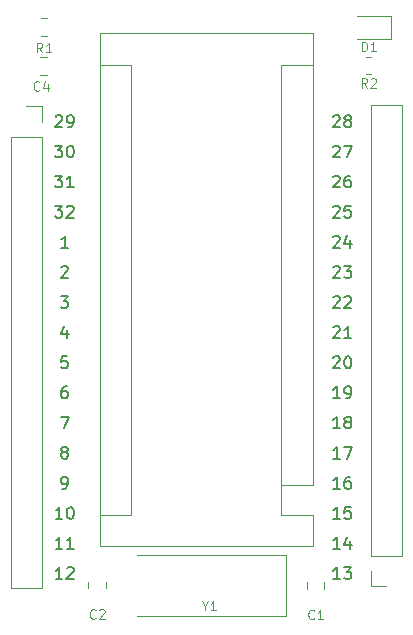
<source format=gbr>
G04 #@! TF.GenerationSoftware,KiCad,Pcbnew,(5.1.9)-1*
G04 #@! TF.CreationDate,2021-03-31T18:40:17+02:00*
G04 #@! TF.ProjectId,Schematic,53636865-6d61-4746-9963-2e6b69636164,rev?*
G04 #@! TF.SameCoordinates,Original*
G04 #@! TF.FileFunction,Legend,Top*
G04 #@! TF.FilePolarity,Positive*
%FSLAX46Y46*%
G04 Gerber Fmt 4.6, Leading zero omitted, Abs format (unit mm)*
G04 Created by KiCad (PCBNEW (5.1.9)-1) date 2021-03-31 18:40:17*
%MOMM*%
%LPD*%
G01*
G04 APERTURE LIST*
%ADD10C,0.150000*%
%ADD11C,0.120000*%
%ADD12C,0.100000*%
G04 APERTURE END LIST*
D10*
X175309523Y-120552380D02*
X174738095Y-120552380D01*
X175023809Y-120552380D02*
X175023809Y-119552380D01*
X174928571Y-119695238D01*
X174833333Y-119790476D01*
X174738095Y-119838095D01*
X176166666Y-119552380D02*
X175976190Y-119552380D01*
X175880952Y-119600000D01*
X175833333Y-119647619D01*
X175738095Y-119790476D01*
X175690476Y-119980952D01*
X175690476Y-120361904D01*
X175738095Y-120457142D01*
X175785714Y-120504761D01*
X175880952Y-120552380D01*
X176071428Y-120552380D01*
X176166666Y-120504761D01*
X176214285Y-120457142D01*
X176261904Y-120361904D01*
X176261904Y-120123809D01*
X176214285Y-120028571D01*
X176166666Y-119980952D01*
X176071428Y-119933333D01*
X175880952Y-119933333D01*
X175785714Y-119980952D01*
X175738095Y-120028571D01*
X175690476Y-120123809D01*
X174738095Y-106897619D02*
X174785714Y-106850000D01*
X174880952Y-106802380D01*
X175119047Y-106802380D01*
X175214285Y-106850000D01*
X175261904Y-106897619D01*
X175309523Y-106992857D01*
X175309523Y-107088095D01*
X175261904Y-107230952D01*
X174690476Y-107802380D01*
X175309523Y-107802380D01*
X176261904Y-107802380D02*
X175690476Y-107802380D01*
X175976190Y-107802380D02*
X175976190Y-106802380D01*
X175880952Y-106945238D01*
X175785714Y-107040476D01*
X175690476Y-107088095D01*
X174738095Y-89047619D02*
X174785714Y-89000000D01*
X174880952Y-88952380D01*
X175119047Y-88952380D01*
X175214285Y-89000000D01*
X175261904Y-89047619D01*
X175309523Y-89142857D01*
X175309523Y-89238095D01*
X175261904Y-89380952D01*
X174690476Y-89952380D01*
X175309523Y-89952380D01*
X175880952Y-89380952D02*
X175785714Y-89333333D01*
X175738095Y-89285714D01*
X175690476Y-89190476D01*
X175690476Y-89142857D01*
X175738095Y-89047619D01*
X175785714Y-89000000D01*
X175880952Y-88952380D01*
X176071428Y-88952380D01*
X176166666Y-89000000D01*
X176214285Y-89047619D01*
X176261904Y-89142857D01*
X176261904Y-89190476D01*
X176214285Y-89285714D01*
X176166666Y-89333333D01*
X176071428Y-89380952D01*
X175880952Y-89380952D01*
X175785714Y-89428571D01*
X175738095Y-89476190D01*
X175690476Y-89571428D01*
X175690476Y-89761904D01*
X175738095Y-89857142D01*
X175785714Y-89904761D01*
X175880952Y-89952380D01*
X176071428Y-89952380D01*
X176166666Y-89904761D01*
X176214285Y-89857142D01*
X176261904Y-89761904D01*
X176261904Y-89571428D01*
X176214285Y-89476190D01*
X176166666Y-89428571D01*
X176071428Y-89380952D01*
X175309523Y-128202380D02*
X174738095Y-128202380D01*
X175023809Y-128202380D02*
X175023809Y-127202380D01*
X174928571Y-127345238D01*
X174833333Y-127440476D01*
X174738095Y-127488095D01*
X175642857Y-127202380D02*
X176261904Y-127202380D01*
X175928571Y-127583333D01*
X176071428Y-127583333D01*
X176166666Y-127630952D01*
X176214285Y-127678571D01*
X176261904Y-127773809D01*
X176261904Y-128011904D01*
X176214285Y-128107142D01*
X176166666Y-128154761D01*
X176071428Y-128202380D01*
X175785714Y-128202380D01*
X175690476Y-128154761D01*
X175642857Y-128107142D01*
X174738095Y-96697619D02*
X174785714Y-96650000D01*
X174880952Y-96602380D01*
X175119047Y-96602380D01*
X175214285Y-96650000D01*
X175261904Y-96697619D01*
X175309523Y-96792857D01*
X175309523Y-96888095D01*
X175261904Y-97030952D01*
X174690476Y-97602380D01*
X175309523Y-97602380D01*
X176214285Y-96602380D02*
X175738095Y-96602380D01*
X175690476Y-97078571D01*
X175738095Y-97030952D01*
X175833333Y-96983333D01*
X176071428Y-96983333D01*
X176166666Y-97030952D01*
X176214285Y-97078571D01*
X176261904Y-97173809D01*
X176261904Y-97411904D01*
X176214285Y-97507142D01*
X176166666Y-97554761D01*
X176071428Y-97602380D01*
X175833333Y-97602380D01*
X175738095Y-97554761D01*
X175690476Y-97507142D01*
X174738095Y-94147619D02*
X174785714Y-94100000D01*
X174880952Y-94052380D01*
X175119047Y-94052380D01*
X175214285Y-94100000D01*
X175261904Y-94147619D01*
X175309523Y-94242857D01*
X175309523Y-94338095D01*
X175261904Y-94480952D01*
X174690476Y-95052380D01*
X175309523Y-95052380D01*
X176166666Y-94052380D02*
X175976190Y-94052380D01*
X175880952Y-94100000D01*
X175833333Y-94147619D01*
X175738095Y-94290476D01*
X175690476Y-94480952D01*
X175690476Y-94861904D01*
X175738095Y-94957142D01*
X175785714Y-95004761D01*
X175880952Y-95052380D01*
X176071428Y-95052380D01*
X176166666Y-95004761D01*
X176214285Y-94957142D01*
X176261904Y-94861904D01*
X176261904Y-94623809D01*
X176214285Y-94528571D01*
X176166666Y-94480952D01*
X176071428Y-94433333D01*
X175880952Y-94433333D01*
X175785714Y-94480952D01*
X175738095Y-94528571D01*
X175690476Y-94623809D01*
X175309523Y-112902380D02*
X174738095Y-112902380D01*
X175023809Y-112902380D02*
X175023809Y-111902380D01*
X174928571Y-112045238D01*
X174833333Y-112140476D01*
X174738095Y-112188095D01*
X175785714Y-112902380D02*
X175976190Y-112902380D01*
X176071428Y-112854761D01*
X176119047Y-112807142D01*
X176214285Y-112664285D01*
X176261904Y-112473809D01*
X176261904Y-112092857D01*
X176214285Y-111997619D01*
X176166666Y-111950000D01*
X176071428Y-111902380D01*
X175880952Y-111902380D01*
X175785714Y-111950000D01*
X175738095Y-111997619D01*
X175690476Y-112092857D01*
X175690476Y-112330952D01*
X175738095Y-112426190D01*
X175785714Y-112473809D01*
X175880952Y-112521428D01*
X176071428Y-112521428D01*
X176166666Y-112473809D01*
X176214285Y-112426190D01*
X176261904Y-112330952D01*
X174738095Y-99247619D02*
X174785714Y-99200000D01*
X174880952Y-99152380D01*
X175119047Y-99152380D01*
X175214285Y-99200000D01*
X175261904Y-99247619D01*
X175309523Y-99342857D01*
X175309523Y-99438095D01*
X175261904Y-99580952D01*
X174690476Y-100152380D01*
X175309523Y-100152380D01*
X176166666Y-99485714D02*
X176166666Y-100152380D01*
X175928571Y-99104761D02*
X175690476Y-99819047D01*
X176309523Y-99819047D01*
X175309523Y-123102380D02*
X174738095Y-123102380D01*
X175023809Y-123102380D02*
X175023809Y-122102380D01*
X174928571Y-122245238D01*
X174833333Y-122340476D01*
X174738095Y-122388095D01*
X176214285Y-122102380D02*
X175738095Y-122102380D01*
X175690476Y-122578571D01*
X175738095Y-122530952D01*
X175833333Y-122483333D01*
X176071428Y-122483333D01*
X176166666Y-122530952D01*
X176214285Y-122578571D01*
X176261904Y-122673809D01*
X176261904Y-122911904D01*
X176214285Y-123007142D01*
X176166666Y-123054761D01*
X176071428Y-123102380D01*
X175833333Y-123102380D01*
X175738095Y-123054761D01*
X175690476Y-123007142D01*
X175309523Y-115452380D02*
X174738095Y-115452380D01*
X175023809Y-115452380D02*
X175023809Y-114452380D01*
X174928571Y-114595238D01*
X174833333Y-114690476D01*
X174738095Y-114738095D01*
X175880952Y-114880952D02*
X175785714Y-114833333D01*
X175738095Y-114785714D01*
X175690476Y-114690476D01*
X175690476Y-114642857D01*
X175738095Y-114547619D01*
X175785714Y-114500000D01*
X175880952Y-114452380D01*
X176071428Y-114452380D01*
X176166666Y-114500000D01*
X176214285Y-114547619D01*
X176261904Y-114642857D01*
X176261904Y-114690476D01*
X176214285Y-114785714D01*
X176166666Y-114833333D01*
X176071428Y-114880952D01*
X175880952Y-114880952D01*
X175785714Y-114928571D01*
X175738095Y-114976190D01*
X175690476Y-115071428D01*
X175690476Y-115261904D01*
X175738095Y-115357142D01*
X175785714Y-115404761D01*
X175880952Y-115452380D01*
X176071428Y-115452380D01*
X176166666Y-115404761D01*
X176214285Y-115357142D01*
X176261904Y-115261904D01*
X176261904Y-115071428D01*
X176214285Y-114976190D01*
X176166666Y-114928571D01*
X176071428Y-114880952D01*
X174738095Y-91597619D02*
X174785714Y-91550000D01*
X174880952Y-91502380D01*
X175119047Y-91502380D01*
X175214285Y-91550000D01*
X175261904Y-91597619D01*
X175309523Y-91692857D01*
X175309523Y-91788095D01*
X175261904Y-91930952D01*
X174690476Y-92502380D01*
X175309523Y-92502380D01*
X175642857Y-91502380D02*
X176309523Y-91502380D01*
X175880952Y-92502380D01*
X175309523Y-125652380D02*
X174738095Y-125652380D01*
X175023809Y-125652380D02*
X175023809Y-124652380D01*
X174928571Y-124795238D01*
X174833333Y-124890476D01*
X174738095Y-124938095D01*
X176166666Y-124985714D02*
X176166666Y-125652380D01*
X175928571Y-124604761D02*
X175690476Y-125319047D01*
X176309523Y-125319047D01*
X174738095Y-101797619D02*
X174785714Y-101750000D01*
X174880952Y-101702380D01*
X175119047Y-101702380D01*
X175214285Y-101750000D01*
X175261904Y-101797619D01*
X175309523Y-101892857D01*
X175309523Y-101988095D01*
X175261904Y-102130952D01*
X174690476Y-102702380D01*
X175309523Y-102702380D01*
X175642857Y-101702380D02*
X176261904Y-101702380D01*
X175928571Y-102083333D01*
X176071428Y-102083333D01*
X176166666Y-102130952D01*
X176214285Y-102178571D01*
X176261904Y-102273809D01*
X176261904Y-102511904D01*
X176214285Y-102607142D01*
X176166666Y-102654761D01*
X176071428Y-102702380D01*
X175785714Y-102702380D01*
X175690476Y-102654761D01*
X175642857Y-102607142D01*
X175309523Y-118002380D02*
X174738095Y-118002380D01*
X175023809Y-118002380D02*
X175023809Y-117002380D01*
X174928571Y-117145238D01*
X174833333Y-117240476D01*
X174738095Y-117288095D01*
X175642857Y-117002380D02*
X176309523Y-117002380D01*
X175880952Y-118002380D01*
X174738095Y-109447619D02*
X174785714Y-109400000D01*
X174880952Y-109352380D01*
X175119047Y-109352380D01*
X175214285Y-109400000D01*
X175261904Y-109447619D01*
X175309523Y-109542857D01*
X175309523Y-109638095D01*
X175261904Y-109780952D01*
X174690476Y-110352380D01*
X175309523Y-110352380D01*
X175928571Y-109352380D02*
X176023809Y-109352380D01*
X176119047Y-109400000D01*
X176166666Y-109447619D01*
X176214285Y-109542857D01*
X176261904Y-109733333D01*
X176261904Y-109971428D01*
X176214285Y-110161904D01*
X176166666Y-110257142D01*
X176119047Y-110304761D01*
X176023809Y-110352380D01*
X175928571Y-110352380D01*
X175833333Y-110304761D01*
X175785714Y-110257142D01*
X175738095Y-110161904D01*
X175690476Y-109971428D01*
X175690476Y-109733333D01*
X175738095Y-109542857D01*
X175785714Y-109447619D01*
X175833333Y-109400000D01*
X175928571Y-109352380D01*
X174738095Y-104347619D02*
X174785714Y-104300000D01*
X174880952Y-104252380D01*
X175119047Y-104252380D01*
X175214285Y-104300000D01*
X175261904Y-104347619D01*
X175309523Y-104442857D01*
X175309523Y-104538095D01*
X175261904Y-104680952D01*
X174690476Y-105252380D01*
X175309523Y-105252380D01*
X175690476Y-104347619D02*
X175738095Y-104300000D01*
X175833333Y-104252380D01*
X176071428Y-104252380D01*
X176166666Y-104300000D01*
X176214285Y-104347619D01*
X176261904Y-104442857D01*
X176261904Y-104538095D01*
X176214285Y-104680952D01*
X175642857Y-105252380D01*
X176261904Y-105252380D01*
X151809523Y-128202380D02*
X151238095Y-128202380D01*
X151523809Y-128202380D02*
X151523809Y-127202380D01*
X151428571Y-127345238D01*
X151333333Y-127440476D01*
X151238095Y-127488095D01*
X152190476Y-127297619D02*
X152238095Y-127250000D01*
X152333333Y-127202380D01*
X152571428Y-127202380D01*
X152666666Y-127250000D01*
X152714285Y-127297619D01*
X152761904Y-127392857D01*
X152761904Y-127488095D01*
X152714285Y-127630952D01*
X152142857Y-128202380D01*
X152761904Y-128202380D01*
X151809523Y-125652380D02*
X151238095Y-125652380D01*
X151523809Y-125652380D02*
X151523809Y-124652380D01*
X151428571Y-124795238D01*
X151333333Y-124890476D01*
X151238095Y-124938095D01*
X152761904Y-125652380D02*
X152190476Y-125652380D01*
X152476190Y-125652380D02*
X152476190Y-124652380D01*
X152380952Y-124795238D01*
X152285714Y-124890476D01*
X152190476Y-124938095D01*
X151809523Y-123102380D02*
X151238095Y-123102380D01*
X151523809Y-123102380D02*
X151523809Y-122102380D01*
X151428571Y-122245238D01*
X151333333Y-122340476D01*
X151238095Y-122388095D01*
X152428571Y-122102380D02*
X152523809Y-122102380D01*
X152619047Y-122150000D01*
X152666666Y-122197619D01*
X152714285Y-122292857D01*
X152761904Y-122483333D01*
X152761904Y-122721428D01*
X152714285Y-122911904D01*
X152666666Y-123007142D01*
X152619047Y-123054761D01*
X152523809Y-123102380D01*
X152428571Y-123102380D01*
X152333333Y-123054761D01*
X152285714Y-123007142D01*
X152238095Y-122911904D01*
X152190476Y-122721428D01*
X152190476Y-122483333D01*
X152238095Y-122292857D01*
X152285714Y-122197619D01*
X152333333Y-122150000D01*
X152428571Y-122102380D01*
X151809523Y-120552380D02*
X152000000Y-120552380D01*
X152095238Y-120504761D01*
X152142857Y-120457142D01*
X152238095Y-120314285D01*
X152285714Y-120123809D01*
X152285714Y-119742857D01*
X152238095Y-119647619D01*
X152190476Y-119600000D01*
X152095238Y-119552380D01*
X151904761Y-119552380D01*
X151809523Y-119600000D01*
X151761904Y-119647619D01*
X151714285Y-119742857D01*
X151714285Y-119980952D01*
X151761904Y-120076190D01*
X151809523Y-120123809D01*
X151904761Y-120171428D01*
X152095238Y-120171428D01*
X152190476Y-120123809D01*
X152238095Y-120076190D01*
X152285714Y-119980952D01*
X151904761Y-117430952D02*
X151809523Y-117383333D01*
X151761904Y-117335714D01*
X151714285Y-117240476D01*
X151714285Y-117192857D01*
X151761904Y-117097619D01*
X151809523Y-117050000D01*
X151904761Y-117002380D01*
X152095238Y-117002380D01*
X152190476Y-117050000D01*
X152238095Y-117097619D01*
X152285714Y-117192857D01*
X152285714Y-117240476D01*
X152238095Y-117335714D01*
X152190476Y-117383333D01*
X152095238Y-117430952D01*
X151904761Y-117430952D01*
X151809523Y-117478571D01*
X151761904Y-117526190D01*
X151714285Y-117621428D01*
X151714285Y-117811904D01*
X151761904Y-117907142D01*
X151809523Y-117954761D01*
X151904761Y-118002380D01*
X152095238Y-118002380D01*
X152190476Y-117954761D01*
X152238095Y-117907142D01*
X152285714Y-117811904D01*
X152285714Y-117621428D01*
X152238095Y-117526190D01*
X152190476Y-117478571D01*
X152095238Y-117430952D01*
X151666666Y-114452380D02*
X152333333Y-114452380D01*
X151904761Y-115452380D01*
X152190476Y-111902380D02*
X152000000Y-111902380D01*
X151904761Y-111950000D01*
X151857142Y-111997619D01*
X151761904Y-112140476D01*
X151714285Y-112330952D01*
X151714285Y-112711904D01*
X151761904Y-112807142D01*
X151809523Y-112854761D01*
X151904761Y-112902380D01*
X152095238Y-112902380D01*
X152190476Y-112854761D01*
X152238095Y-112807142D01*
X152285714Y-112711904D01*
X152285714Y-112473809D01*
X152238095Y-112378571D01*
X152190476Y-112330952D01*
X152095238Y-112283333D01*
X151904761Y-112283333D01*
X151809523Y-112330952D01*
X151761904Y-112378571D01*
X151714285Y-112473809D01*
X152238095Y-109352380D02*
X151761904Y-109352380D01*
X151714285Y-109828571D01*
X151761904Y-109780952D01*
X151857142Y-109733333D01*
X152095238Y-109733333D01*
X152190476Y-109780952D01*
X152238095Y-109828571D01*
X152285714Y-109923809D01*
X152285714Y-110161904D01*
X152238095Y-110257142D01*
X152190476Y-110304761D01*
X152095238Y-110352380D01*
X151857142Y-110352380D01*
X151761904Y-110304761D01*
X151714285Y-110257142D01*
X152190476Y-107135714D02*
X152190476Y-107802380D01*
X151952380Y-106754761D02*
X151714285Y-107469047D01*
X152333333Y-107469047D01*
X151666666Y-104252380D02*
X152285714Y-104252380D01*
X151952380Y-104633333D01*
X152095238Y-104633333D01*
X152190476Y-104680952D01*
X152238095Y-104728571D01*
X152285714Y-104823809D01*
X152285714Y-105061904D01*
X152238095Y-105157142D01*
X152190476Y-105204761D01*
X152095238Y-105252380D01*
X151809523Y-105252380D01*
X151714285Y-105204761D01*
X151666666Y-105157142D01*
X151714285Y-101797619D02*
X151761904Y-101750000D01*
X151857142Y-101702380D01*
X152095238Y-101702380D01*
X152190476Y-101750000D01*
X152238095Y-101797619D01*
X152285714Y-101892857D01*
X152285714Y-101988095D01*
X152238095Y-102130952D01*
X151666666Y-102702380D01*
X152285714Y-102702380D01*
X152285714Y-100152380D02*
X151714285Y-100152380D01*
X152000000Y-100152380D02*
X152000000Y-99152380D01*
X151904761Y-99295238D01*
X151809523Y-99390476D01*
X151714285Y-99438095D01*
X151190476Y-96602380D02*
X151809523Y-96602380D01*
X151476190Y-96983333D01*
X151619047Y-96983333D01*
X151714285Y-97030952D01*
X151761904Y-97078571D01*
X151809523Y-97173809D01*
X151809523Y-97411904D01*
X151761904Y-97507142D01*
X151714285Y-97554761D01*
X151619047Y-97602380D01*
X151333333Y-97602380D01*
X151238095Y-97554761D01*
X151190476Y-97507142D01*
X152190476Y-96697619D02*
X152238095Y-96650000D01*
X152333333Y-96602380D01*
X152571428Y-96602380D01*
X152666666Y-96650000D01*
X152714285Y-96697619D01*
X152761904Y-96792857D01*
X152761904Y-96888095D01*
X152714285Y-97030952D01*
X152142857Y-97602380D01*
X152761904Y-97602380D01*
X151190476Y-94052380D02*
X151809523Y-94052380D01*
X151476190Y-94433333D01*
X151619047Y-94433333D01*
X151714285Y-94480952D01*
X151761904Y-94528571D01*
X151809523Y-94623809D01*
X151809523Y-94861904D01*
X151761904Y-94957142D01*
X151714285Y-95004761D01*
X151619047Y-95052380D01*
X151333333Y-95052380D01*
X151238095Y-95004761D01*
X151190476Y-94957142D01*
X152761904Y-95052380D02*
X152190476Y-95052380D01*
X152476190Y-95052380D02*
X152476190Y-94052380D01*
X152380952Y-94195238D01*
X152285714Y-94290476D01*
X152190476Y-94338095D01*
X151190476Y-91502380D02*
X151809523Y-91502380D01*
X151476190Y-91883333D01*
X151619047Y-91883333D01*
X151714285Y-91930952D01*
X151761904Y-91978571D01*
X151809523Y-92073809D01*
X151809523Y-92311904D01*
X151761904Y-92407142D01*
X151714285Y-92454761D01*
X151619047Y-92502380D01*
X151333333Y-92502380D01*
X151238095Y-92454761D01*
X151190476Y-92407142D01*
X152428571Y-91502380D02*
X152523809Y-91502380D01*
X152619047Y-91550000D01*
X152666666Y-91597619D01*
X152714285Y-91692857D01*
X152761904Y-91883333D01*
X152761904Y-92121428D01*
X152714285Y-92311904D01*
X152666666Y-92407142D01*
X152619047Y-92454761D01*
X152523809Y-92502380D01*
X152428571Y-92502380D01*
X152333333Y-92454761D01*
X152285714Y-92407142D01*
X152238095Y-92311904D01*
X152190476Y-92121428D01*
X152190476Y-91883333D01*
X152238095Y-91692857D01*
X152285714Y-91597619D01*
X152333333Y-91550000D01*
X152428571Y-91502380D01*
X151238095Y-89047619D02*
X151285714Y-89000000D01*
X151380952Y-88952380D01*
X151619047Y-88952380D01*
X151714285Y-89000000D01*
X151761904Y-89047619D01*
X151809523Y-89142857D01*
X151809523Y-89238095D01*
X151761904Y-89380952D01*
X151190476Y-89952380D01*
X151809523Y-89952380D01*
X152285714Y-89952380D02*
X152476190Y-89952380D01*
X152571428Y-89904761D01*
X152619047Y-89857142D01*
X152714285Y-89714285D01*
X152761904Y-89523809D01*
X152761904Y-89142857D01*
X152714285Y-89047619D01*
X152666666Y-89000000D01*
X152571428Y-88952380D01*
X152380952Y-88952380D01*
X152285714Y-89000000D01*
X152238095Y-89047619D01*
X152190476Y-89142857D01*
X152190476Y-89380952D01*
X152238095Y-89476190D01*
X152285714Y-89523809D01*
X152380952Y-89571428D01*
X152571428Y-89571428D01*
X152666666Y-89523809D01*
X152714285Y-89476190D01*
X152761904Y-89380952D01*
D11*
X179250000Y-128830000D02*
X177920000Y-128830000D01*
X177920000Y-128830000D02*
X177920000Y-127500000D01*
X177920000Y-126230000D02*
X177920000Y-88070000D01*
X180580000Y-88070000D02*
X177920000Y-88070000D01*
X180580000Y-126230000D02*
X180580000Y-88070000D01*
X180580000Y-126230000D02*
X177920000Y-126230000D01*
X148750000Y-88170000D02*
X150080000Y-88170000D01*
X150080000Y-88170000D02*
X150080000Y-89500000D01*
X150080000Y-90770000D02*
X150080000Y-128930000D01*
X147420000Y-128930000D02*
X150080000Y-128930000D01*
X147420000Y-90770000D02*
X147420000Y-128930000D01*
X147420000Y-90770000D02*
X150080000Y-90770000D01*
X149951248Y-85515000D02*
X150473752Y-85515000D01*
X149951248Y-84045000D02*
X150473752Y-84045000D01*
X170700000Y-126200000D02*
X158100000Y-126200000D01*
X170700000Y-131300000D02*
X170700000Y-126200000D01*
X158100000Y-131300000D02*
X170700000Y-131300000D01*
X177977064Y-84015000D02*
X177522936Y-84015000D01*
X177977064Y-85485000D02*
X177522936Y-85485000D01*
X150022936Y-82190000D02*
X150477064Y-82190000D01*
X150022936Y-80720000D02*
X150477064Y-80720000D01*
X179610000Y-80540000D02*
X176750000Y-80540000D01*
X179610000Y-82460000D02*
X179610000Y-80540000D01*
X176750000Y-82460000D02*
X179610000Y-82460000D01*
X154015000Y-128451248D02*
X154015000Y-128973752D01*
X155485000Y-128451248D02*
X155485000Y-128973752D01*
X172515000Y-128488748D02*
X172515000Y-129011252D01*
X173985000Y-128488748D02*
X173985000Y-129011252D01*
X154970000Y-125440000D02*
X173010000Y-125440000D01*
X154970000Y-82000000D02*
X154970000Y-125440000D01*
X173010000Y-82000000D02*
X154970000Y-82000000D01*
X170340000Y-84670000D02*
X173010000Y-84670000D01*
X170340000Y-120230000D02*
X170340000Y-84670000D01*
X170340000Y-120230000D02*
X173010000Y-120230000D01*
X157640000Y-84670000D02*
X154970000Y-84670000D01*
X157640000Y-122770000D02*
X157640000Y-84670000D01*
X157640000Y-122770000D02*
X154970000Y-122770000D01*
X173010000Y-125440000D02*
X173010000Y-122770000D01*
X173010000Y-120230000D02*
X173010000Y-82000000D01*
X170340000Y-122770000D02*
X173010000Y-122770000D01*
X170340000Y-120230000D02*
X170340000Y-122770000D01*
D12*
X149866666Y-86785714D02*
X149828571Y-86823809D01*
X149714285Y-86861904D01*
X149638095Y-86861904D01*
X149523809Y-86823809D01*
X149447619Y-86747619D01*
X149409523Y-86671428D01*
X149371428Y-86519047D01*
X149371428Y-86404761D01*
X149409523Y-86252380D01*
X149447619Y-86176190D01*
X149523809Y-86100000D01*
X149638095Y-86061904D01*
X149714285Y-86061904D01*
X149828571Y-86100000D01*
X149866666Y-86138095D01*
X150552380Y-86328571D02*
X150552380Y-86861904D01*
X150361904Y-86023809D02*
X150171428Y-86595238D01*
X150666666Y-86595238D01*
X163869047Y-130480952D02*
X163869047Y-130861904D01*
X163602380Y-130061904D02*
X163869047Y-130480952D01*
X164135714Y-130061904D01*
X164821428Y-130861904D02*
X164364285Y-130861904D01*
X164592857Y-130861904D02*
X164592857Y-130061904D01*
X164516666Y-130176190D01*
X164440476Y-130252380D01*
X164364285Y-130290476D01*
X177616666Y-86611904D02*
X177350000Y-86230952D01*
X177159523Y-86611904D02*
X177159523Y-85811904D01*
X177464285Y-85811904D01*
X177540476Y-85850000D01*
X177578571Y-85888095D01*
X177616666Y-85964285D01*
X177616666Y-86078571D01*
X177578571Y-86154761D01*
X177540476Y-86192857D01*
X177464285Y-86230952D01*
X177159523Y-86230952D01*
X177921428Y-85888095D02*
X177959523Y-85850000D01*
X178035714Y-85811904D01*
X178226190Y-85811904D01*
X178302380Y-85850000D01*
X178340476Y-85888095D01*
X178378571Y-85964285D01*
X178378571Y-86040476D01*
X178340476Y-86154761D01*
X177883333Y-86611904D01*
X178378571Y-86611904D01*
X150116666Y-83611904D02*
X149850000Y-83230952D01*
X149659523Y-83611904D02*
X149659523Y-82811904D01*
X149964285Y-82811904D01*
X150040476Y-82850000D01*
X150078571Y-82888095D01*
X150116666Y-82964285D01*
X150116666Y-83078571D01*
X150078571Y-83154761D01*
X150040476Y-83192857D01*
X149964285Y-83230952D01*
X149659523Y-83230952D01*
X150878571Y-83611904D02*
X150421428Y-83611904D01*
X150650000Y-83611904D02*
X150650000Y-82811904D01*
X150573809Y-82926190D01*
X150497619Y-83002380D01*
X150421428Y-83040476D01*
X177159523Y-83511904D02*
X177159523Y-82711904D01*
X177350000Y-82711904D01*
X177464285Y-82750000D01*
X177540476Y-82826190D01*
X177578571Y-82902380D01*
X177616666Y-83054761D01*
X177616666Y-83169047D01*
X177578571Y-83321428D01*
X177540476Y-83397619D01*
X177464285Y-83473809D01*
X177350000Y-83511904D01*
X177159523Y-83511904D01*
X178378571Y-83511904D02*
X177921428Y-83511904D01*
X178150000Y-83511904D02*
X178150000Y-82711904D01*
X178073809Y-82826190D01*
X177997619Y-82902380D01*
X177921428Y-82940476D01*
X154616666Y-131498214D02*
X154578571Y-131536309D01*
X154464285Y-131574404D01*
X154388095Y-131574404D01*
X154273809Y-131536309D01*
X154197619Y-131460119D01*
X154159523Y-131383928D01*
X154121428Y-131231547D01*
X154121428Y-131117261D01*
X154159523Y-130964880D01*
X154197619Y-130888690D01*
X154273809Y-130812500D01*
X154388095Y-130774404D01*
X154464285Y-130774404D01*
X154578571Y-130812500D01*
X154616666Y-130850595D01*
X154921428Y-130850595D02*
X154959523Y-130812500D01*
X155035714Y-130774404D01*
X155226190Y-130774404D01*
X155302380Y-130812500D01*
X155340476Y-130850595D01*
X155378571Y-130926785D01*
X155378571Y-131002976D01*
X155340476Y-131117261D01*
X154883333Y-131574404D01*
X155378571Y-131574404D01*
X173116666Y-131535714D02*
X173078571Y-131573809D01*
X172964285Y-131611904D01*
X172888095Y-131611904D01*
X172773809Y-131573809D01*
X172697619Y-131497619D01*
X172659523Y-131421428D01*
X172621428Y-131269047D01*
X172621428Y-131154761D01*
X172659523Y-131002380D01*
X172697619Y-130926190D01*
X172773809Y-130850000D01*
X172888095Y-130811904D01*
X172964285Y-130811904D01*
X173078571Y-130850000D01*
X173116666Y-130888095D01*
X173878571Y-131611904D02*
X173421428Y-131611904D01*
X173650000Y-131611904D02*
X173650000Y-130811904D01*
X173573809Y-130926190D01*
X173497619Y-131002380D01*
X173421428Y-131040476D01*
M02*

</source>
